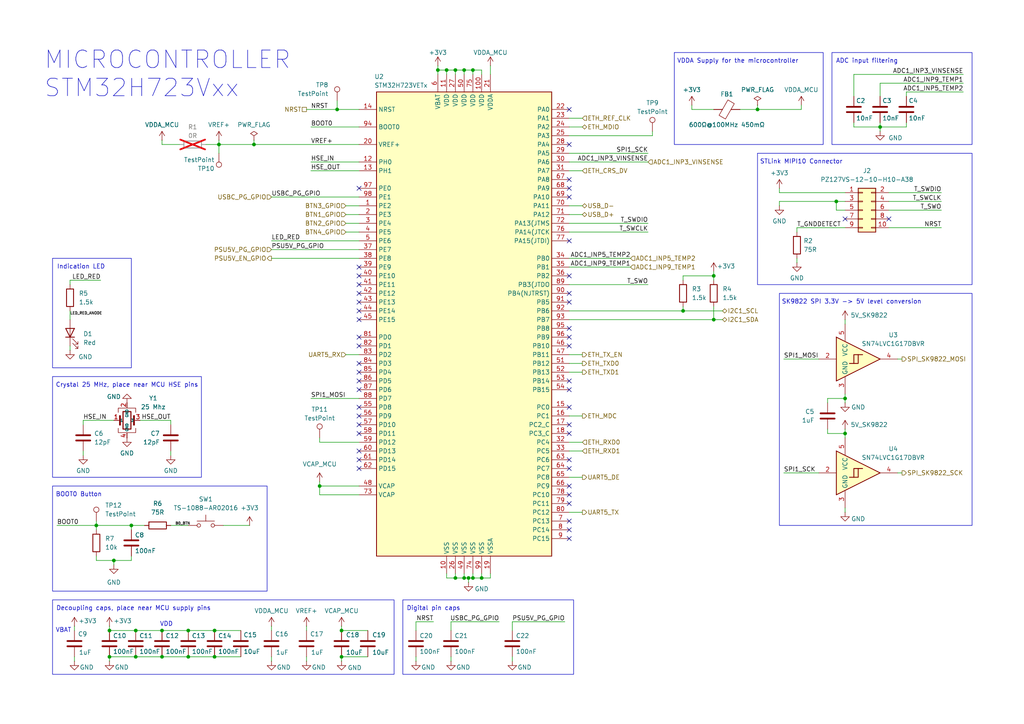
<source format=kicad_sch>
(kicad_sch (version 20250114) (generator "eeschema") (generator_version "9.0")
  (paper "A4")
  (rectangle (start 226.06 85.09) (end 281.94 152.4))
  (rectangle (start 15.24 109.22) (end 58.42 138.43))
  (rectangle (start 241.3 15.24) (end 281.94 41.91))
  (rectangle (start 219.71 44.45) (end 281.94 82.55))
  (rectangle (start 15.24 173.99) (end 114.3 195.58))
  (rectangle (start 15.24 74.93) (end 38.1 106.68))
  (rectangle (start 195.58 15.24) (end 238.76 41.91))
  (rectangle (start 15.24 140.97) (end 77.47 171.45))
  (rectangle (start 116.84 173.99) (end 166.37 195.58))
  (text "Decoupling caps, place near MCU supply pins" (at 38.735 176.53 0) (effects (font (size 1.27 1.27))))
  (text "VDD" (at 48.26 181.102 0) (effects (font (size 1.27 1.27))))
  (text "MICROCONTROLLER\nSTM32H723Vxx" (at 12.7 21.59 0) (effects (font (size 5.08 5.08)) (justify left)))
  (text "ADC input filtering" (at 251.46 17.78 0) (effects (font (size 1.27 1.27))))
  (text "SK9822 SPI 3.3V -> 5V level conversion" (at 247.015 87.63 0) (effects (font (size 1.27 1.27))))
  (text "VBAT" (at 18.415 182.88 0) (effects (font (size 1.27 1.27))))
  (text "STLink MIPI10 Connector" (at 232.41 46.99 0) (effects (font (size 1.27 1.27))))
  (text "BOOT0 Button" (at 22.86 143.51 0) (effects (font (size 1.27 1.27))))
  (text "Crystal 25 MHz, place near MCU HSE pins" (at 36.83 111.76 0) (effects (font (size 1.27 1.27))))
  (text "Digital pin caps" (at 125.73 176.53 0) (effects (font (size 1.27 1.27))))
  (text "Indication LED" (at 23.495 77.47 0) (effects (font (size 1.27 1.27))))
  (text "VDDA Supply for the microcontroller" (at 213.995 17.78 0) (effects (font (size 1.27 1.27))))
  (junction (at 245.11 115.57))
  (junction (at 31.75 182.88))
  (junction (at 99.06 182.88))
  (junction (at 134.62 20.32))
  (junction (at 99.06 190.5))
  (junction (at 198.12 90.17))
  (junction (at 255.27 36.83))
  (junction (at 31.75 190.5))
  (junction (at 33.02 162.56))
  (junction (at 132.08 167.64))
  (junction (at 62.23 190.5))
  (junction (at 46.99 190.5))
  (junction (at 207.01 80.01))
  (junction (at 92.71 140.97))
  (junction (at 129.54 20.32))
  (junction (at 54.61 182.88))
  (junction (at 62.23 182.88))
  (junction (at 132.08 20.32))
  (junction (at 137.16 20.32))
  (junction (at 219.71 31.75))
  (junction (at 97.79 31.75))
  (junction (at 54.61 190.5))
  (junction (at 134.62 167.64))
  (junction (at 137.16 167.64))
  (junction (at 245.11 125.73))
  (junction (at 39.37 190.5))
  (junction (at 46.99 182.88))
  (junction (at 63.5 41.91))
  (junction (at 139.7 167.64))
  (junction (at 38.1 152.4))
  (junction (at 135.89 167.64))
  (junction (at 127 20.32))
  (junction (at 242.57 58.42))
  (junction (at 39.37 182.88))
  (junction (at 27.94 152.4))
  (junction (at 73.66 41.91))
  (junction (at 207.01 92.71))
  (no_connect (at 165.1 95.25))
  (no_connect (at 165.1 110.49))
  (no_connect (at 104.14 87.63))
  (no_connect (at 165.1 87.63))
  (no_connect (at 104.14 135.89))
  (no_connect (at 165.1 123.19))
  (no_connect (at 104.14 97.79))
  (no_connect (at 104.14 123.19))
  (no_connect (at 104.14 118.11))
  (no_connect (at 104.14 82.55))
  (no_connect (at 165.1 97.79))
  (no_connect (at 165.1 100.33))
  (no_connect (at 245.11 63.5))
  (no_connect (at 165.1 52.07))
  (no_connect (at 104.14 120.65))
  (no_connect (at 165.1 146.05))
  (no_connect (at 165.1 151.13))
  (no_connect (at 165.1 135.89))
  (no_connect (at 165.1 143.51))
  (no_connect (at 104.14 100.33))
  (no_connect (at 165.1 133.35))
  (no_connect (at 257.81 63.5))
  (no_connect (at 165.1 41.91))
  (no_connect (at 104.14 107.95))
  (no_connect (at 104.14 133.35))
  (no_connect (at 165.1 69.85))
  (no_connect (at 165.1 80.01))
  (no_connect (at 104.14 54.61))
  (no_connect (at 104.14 77.47))
  (no_connect (at 165.1 57.15))
  (no_connect (at 165.1 85.09))
  (no_connect (at 165.1 153.67))
  (no_connect (at 104.14 113.03))
  (no_connect (at 165.1 140.97))
  (no_connect (at 165.1 125.73))
  (no_connect (at 165.1 31.75))
  (no_connect (at 104.14 110.49))
  (no_connect (at 104.14 125.73))
  (no_connect (at 104.14 90.17))
  (no_connect (at 165.1 113.03))
  (no_connect (at 104.14 92.71))
  (no_connect (at 165.1 118.11))
  (no_connect (at 165.1 54.61))
  (no_connect (at 104.14 105.41))
  (no_connect (at 104.14 130.81))
  (no_connect (at 165.1 156.21))
  (no_connect (at 104.14 85.09))
  (no_connect (at 104.14 80.01))
  (wire (pts (xy 31.75 182.88) (xy 39.37 182.88)))
  (wire (pts (xy 182.88 77.47) (xy 165.1 77.47)))
  (wire (pts (xy 97.79 31.75) (xy 104.14 31.75)))
  (wire (pts (xy 257.81 60.96) (xy 273.05 60.96)))
  (wire (pts (xy 92.71 128.27) (xy 92.71 127)))
  (wire (pts (xy 33.02 162.56) (xy 38.1 162.56)))
  (wire (pts (xy 142.24 19.05) (xy 142.24 21.59)))
  (wire (pts (xy 137.16 20.32) (xy 139.7 20.32)))
  (wire (pts (xy 142.24 167.64) (xy 142.24 166.37)))
  (wire (pts (xy 214.63 31.75) (xy 219.71 31.75)))
  (wire (pts (xy 21.59 190.5) (xy 21.59 191.77)))
  (wire (pts (xy 39.37 190.5) (xy 46.99 190.5)))
  (wire (pts (xy 33.02 162.56) (xy 27.94 162.56)))
  (wire (pts (xy 255.27 36.83) (xy 255.27 38.1)))
  (wire (pts (xy 227.33 137.16) (xy 237.49 137.16)))
  (wire (pts (xy 90.17 46.99) (xy 104.14 46.99)))
  (wire (pts (xy 207.01 92.71) (xy 209.55 92.71)))
  (wire (pts (xy 279.4 24.13) (xy 255.27 24.13)))
  (wire (pts (xy 129.54 20.32) (xy 129.54 21.59)))
  (wire (pts (xy 219.71 31.75) (xy 232.41 31.75)))
  (wire (pts (xy 24.13 121.92) (xy 24.13 123.19)))
  (wire (pts (xy 46.99 182.88) (xy 54.61 182.88)))
  (wire (pts (xy 200.66 30.48) (xy 200.66 31.75)))
  (wire (pts (xy 240.03 125.73) (xy 245.11 125.73)))
  (wire (pts (xy 165.1 105.41) (xy 168.91 105.41)))
  (wire (pts (xy 63.5 41.91) (xy 63.5 44.45)))
  (wire (pts (xy 245.11 125.73) (xy 245.11 127)))
  (wire (pts (xy 231.14 66.04) (xy 231.14 67.31)))
  (wire (pts (xy 90.17 36.83) (xy 104.14 36.83)))
  (wire (pts (xy 78.74 74.93) (xy 104.14 74.93)))
  (wire (pts (xy 54.61 190.5) (xy 62.23 190.5)))
  (wire (pts (xy 46.99 41.91) (xy 52.07 41.91)))
  (wire (pts (xy 130.81 182.88) (xy 130.81 180.34)))
  (wire (pts (xy 24.13 121.92) (xy 33.02 121.92)))
  (wire (pts (xy 64.77 152.4) (xy 72.39 152.4)))
  (wire (pts (xy 257.81 58.42) (xy 273.05 58.42)))
  (wire (pts (xy 63.5 41.91) (xy 73.66 41.91)))
  (wire (pts (xy 198.12 80.01) (xy 198.12 81.28)))
  (wire (pts (xy 104.14 62.23) (xy 100.33 62.23)))
  (wire (pts (xy 226.06 55.88) (xy 226.06 54.61)))
  (wire (pts (xy 92.71 143.51) (xy 104.14 143.51)))
  (wire (pts (xy 132.08 166.37) (xy 132.08 167.64)))
  (wire (pts (xy 165.1 107.95) (xy 168.91 107.95)))
  (wire (pts (xy 16.51 152.4) (xy 27.94 152.4)))
  (wire (pts (xy 260.35 137.16) (xy 261.62 137.16)))
  (wire (pts (xy 92.71 140.97) (xy 104.14 140.97)))
  (wire (pts (xy 88.9 181.61) (xy 88.9 182.88)))
  (wire (pts (xy 231.14 76.2) (xy 231.14 74.93)))
  (wire (pts (xy 92.71 139.7) (xy 92.71 140.97)))
  (wire (pts (xy 255.27 35.56) (xy 255.27 36.83)))
  (wire (pts (xy 219.71 30.48) (xy 219.71 31.75)))
  (wire (pts (xy 33.02 162.56) (xy 33.02 163.83)))
  (wire (pts (xy 127 19.05) (xy 127 20.32)))
  (wire (pts (xy 165.1 62.23) (xy 168.91 62.23)))
  (wire (pts (xy 120.65 190.5) (xy 120.65 191.77)))
  (wire (pts (xy 46.99 40.64) (xy 46.99 41.91)))
  (wire (pts (xy 148.59 190.5) (xy 148.59 191.77)))
  (wire (pts (xy 165.1 36.83) (xy 168.91 36.83)))
  (wire (pts (xy 247.65 21.59) (xy 279.4 21.59)))
  (wire (pts (xy 187.96 44.45) (xy 165.1 44.45)))
  (wire (pts (xy 129.54 167.64) (xy 132.08 167.64)))
  (wire (pts (xy 134.62 166.37) (xy 134.62 167.64)))
  (wire (pts (xy 130.81 190.5) (xy 130.81 191.77)))
  (wire (pts (xy 134.62 167.64) (xy 135.89 167.64)))
  (wire (pts (xy 198.12 80.01) (xy 207.01 80.01)))
  (wire (pts (xy 257.81 55.88) (xy 273.05 55.88)))
  (wire (pts (xy 39.37 182.88) (xy 46.99 182.88)))
  (wire (pts (xy 73.66 41.91) (xy 104.14 41.91)))
  (wire (pts (xy 99.06 190.5) (xy 99.06 191.77)))
  (wire (pts (xy 137.16 20.32) (xy 137.16 21.59)))
  (wire (pts (xy 90.17 49.53) (xy 104.14 49.53)))
  (wire (pts (xy 165.1 64.77) (xy 187.96 64.77)))
  (wire (pts (xy 31.75 190.5) (xy 31.75 191.77)))
  (wire (pts (xy 165.1 102.87) (xy 168.91 102.87)))
  (wire (pts (xy 78.74 181.61) (xy 78.74 182.88)))
  (wire (pts (xy 242.57 58.42) (xy 245.11 58.42)))
  (wire (pts (xy 247.65 27.94) (xy 247.65 21.59)))
  (wire (pts (xy 59.69 41.91) (xy 63.5 41.91)))
  (wire (pts (xy 38.1 161.29) (xy 38.1 162.56)))
  (wire (pts (xy 247.65 36.83) (xy 255.27 36.83)))
  (wire (pts (xy 129.54 166.37) (xy 129.54 167.64)))
  (wire (pts (xy 99.06 182.88) (xy 106.68 182.88)))
  (wire (pts (xy 226.06 58.42) (xy 242.57 58.42)))
  (wire (pts (xy 78.74 57.15) (xy 104.14 57.15)))
  (wire (pts (xy 137.16 166.37) (xy 137.16 167.64)))
  (wire (pts (xy 99.06 181.61) (xy 99.06 182.88)))
  (wire (pts (xy 262.89 35.56) (xy 262.89 36.83)))
  (wire (pts (xy 127 20.32) (xy 127 21.59)))
  (wire (pts (xy 63.5 40.64) (xy 63.5 41.91)))
  (wire (pts (xy 207.01 78.74) (xy 207.01 80.01)))
  (wire (pts (xy 40.64 121.92) (xy 49.53 121.92)))
  (wire (pts (xy 62.23 190.5) (xy 69.85 190.5)))
  (wire (pts (xy 132.08 167.64) (xy 134.62 167.64)))
  (wire (pts (xy 104.14 67.31) (xy 100.33 67.31)))
  (wire (pts (xy 207.01 88.9) (xy 207.01 92.71)))
  (wire (pts (xy 134.62 20.32) (xy 137.16 20.32)))
  (wire (pts (xy 165.1 82.55) (xy 187.96 82.55)))
  (wire (pts (xy 104.14 59.69) (xy 100.33 59.69)))
  (wire (pts (xy 245.11 124.46) (xy 245.11 125.73)))
  (wire (pts (xy 137.16 167.64) (xy 139.7 167.64)))
  (wire (pts (xy 198.12 88.9) (xy 198.12 90.17)))
  (wire (pts (xy 104.14 102.87) (xy 100.33 102.87)))
  (wire (pts (xy 139.7 20.32) (xy 139.7 21.59)))
  (wire (pts (xy 129.54 20.32) (xy 132.08 20.32)))
  (wire (pts (xy 240.03 124.46) (xy 240.03 125.73)))
  (wire (pts (xy 62.23 182.88) (xy 69.85 182.88)))
  (wire (pts (xy 226.06 58.42) (xy 226.06 59.69)))
  (wire (pts (xy 132.08 20.32) (xy 134.62 20.32)))
  (wire (pts (xy 41.91 152.4) (xy 38.1 152.4)))
  (wire (pts (xy 262.89 27.94) (xy 262.89 26.67)))
  (wire (pts (xy 165.1 67.31) (xy 187.96 67.31)))
  (wire (pts (xy 139.7 166.37) (xy 139.7 167.64)))
  (wire (pts (xy 198.12 90.17) (xy 209.55 90.17)))
  (wire (pts (xy 27.94 151.13) (xy 27.94 152.4)))
  (wire (pts (xy 240.03 116.84) (xy 240.03 115.57)))
  (wire (pts (xy 207.01 81.28) (xy 207.01 80.01)))
  (wire (pts (xy 20.32 81.28) (xy 20.32 82.55)))
  (wire (pts (xy 227.33 104.14) (xy 237.49 104.14)))
  (wire (pts (xy 242.57 60.96) (xy 242.57 58.42)))
  (wire (pts (xy 135.89 167.64) (xy 137.16 167.64)))
  (wire (pts (xy 120.65 180.34) (xy 125.73 180.34)))
  (wire (pts (xy 88.9 190.5) (xy 88.9 191.77)))
  (wire (pts (xy 255.27 36.83) (xy 262.89 36.83)))
  (wire (pts (xy 240.03 115.57) (xy 245.11 115.57)))
  (wire (pts (xy 46.99 190.5) (xy 54.61 190.5)))
  (wire (pts (xy 165.1 59.69) (xy 168.91 59.69)))
  (wire (pts (xy 104.14 64.77) (xy 100.33 64.77)))
  (wire (pts (xy 20.32 81.28) (xy 29.21 81.28)))
  (wire (pts (xy 99.06 190.5) (xy 106.68 190.5)))
  (wire (pts (xy 38.1 152.4) (xy 38.1 153.67)))
  (wire (pts (xy 104.14 72.39) (xy 78.74 72.39)))
  (wire (pts (xy 165.1 46.99) (xy 187.96 46.99)))
  (wire (pts (xy 90.17 115.57) (xy 104.14 115.57)))
  (wire (pts (xy 148.59 180.34) (xy 163.83 180.34)))
  (wire (pts (xy 148.59 182.88) (xy 148.59 180.34)))
  (wire (pts (xy 245.11 66.04) (xy 231.14 66.04)))
  (wire (pts (xy 165.1 130.81) (xy 168.91 130.81)))
  (wire (pts (xy 165.1 34.29) (xy 168.91 34.29)))
  (wire (pts (xy 260.35 104.14) (xy 261.62 104.14)))
  (wire (pts (xy 27.94 152.4) (xy 38.1 152.4)))
  (wire (pts (xy 104.14 128.27) (xy 92.71 128.27)))
  (wire (pts (xy 120.65 182.88) (xy 120.65 180.34)))
  (wire (pts (xy 165.1 148.59) (xy 168.91 148.59)))
  (wire (pts (xy 88.9 31.75) (xy 97.79 31.75)))
  (wire (pts (xy 27.94 153.67) (xy 27.94 152.4)))
  (wire (pts (xy 130.81 180.34) (xy 144.78 180.34)))
  (wire (pts (xy 73.66 40.64) (xy 73.66 41.91)))
  (wire (pts (xy 92.71 143.51) (xy 92.71 140.97)))
  (wire (pts (xy 165.1 39.37) (xy 189.23 39.37)))
  (wire (pts (xy 134.62 20.32) (xy 134.62 21.59)))
  (wire (pts (xy 245.11 60.96) (xy 242.57 60.96)))
  (wire (pts (xy 245.11 147.32) (xy 245.11 148.59)))
  (wire (pts (xy 78.74 190.5) (xy 78.74 191.77)))
  (wire (pts (xy 49.53 121.92) (xy 49.53 123.19)))
  (wire (pts (xy 189.23 38.1) (xy 189.23 39.37)))
  (wire (pts (xy 232.41 31.75) (xy 232.41 30.48)))
  (wire (pts (xy 20.32 90.17) (xy 20.32 92.71)))
  (wire (pts (xy 165.1 49.53) (xy 168.91 49.53)))
  (wire (pts (xy 279.4 26.67) (xy 262.89 26.67)))
  (wire (pts (xy 27.94 161.29) (xy 27.94 162.56)))
  (wire (pts (xy 20.32 100.33) (xy 20.32 101.6)))
  (wire (pts (xy 182.88 74.93) (xy 165.1 74.93)))
  (wire (pts (xy 245.11 114.3) (xy 245.11 115.57)))
  (wire (pts (xy 135.89 167.64) (xy 135.89 168.91)))
  (wire (pts (xy 245.11 92.71) (xy 245.11 93.98)))
  (wire (pts (xy 97.79 29.21) (xy 97.79 31.75)))
  (wire (pts (xy 165.1 90.17) (xy 198.12 90.17)))
  (wire (pts (xy 24.13 130.81) (xy 24.13 132.08)))
  (wire (pts (xy 54.61 182.88) (xy 62.23 182.88)))
  (wire (pts (xy 165.1 138.43) (xy 168.91 138.43)))
  (wire (pts (xy 31.75 190.5) (xy 39.37 190.5)))
  (wire (pts (xy 31.75 181.61) (xy 31.75 182.88)))
  (wire (pts (xy 200.66 31.75) (xy 207.01 31.75)))
  (wire (pts (xy 165.1 120.65) (xy 168.91 120.65)))
  (wire (pts (xy 165.1 128.27) (xy 168.91 128.27)))
  (wire (pts (xy 257.81 66.04) (xy 273.05 66.04)))
  (wire (pts (xy 226.06 55.88) (xy 245.11 55.88)))
  (wire (pts (xy 49.53 130.81) (xy 49.53 132.08)))
  (wire (pts (xy 247.65 35.56) (xy 247.65 36.83)))
  (wire (pts (xy 49.53 152.4) (xy 54.61 152.4)))
  (wire (pts (xy 139.7 167.64) (xy 142.24 167.64)))
  (wire (pts (xy 132.08 20.32) (xy 132.08 21.59)))
  (wire (pts (xy 129.54 20.32) (xy 127 20.32)))
  (wire (pts (xy 245.11 115.57) (xy 245.11 116.84)))
  (wire (pts (xy 165.1 92.71) (xy 207.01 92.71)))
  (wire (pts (xy 255.27 27.94) (xy 255.27 24.13)))
  (wire (pts (xy 21.59 181.61) (xy 21.59 182.88)))
  (wire (pts (xy 78.74 69.85) (xy 104.14 69.85)))
  (label "ADC1_INP5_TEMP2" (at 182.88 74.93 180))
  (label "NRST" (at 273.05 66.04 180))
  (label "HSE_OUT" (at 90.17 49.53 0) (effects (font (thickness 0.1588))))
  (label "PSU5V_PG_GPIO" (at 163.83 180.34 180))
  (label "USBC_PG_GPIO" (at 144.78 180.34 180))
  (label "LED_RED_ANODE" (at 20.32 91.44 0) (effects (font (size 0.762 0.762))))
  (label "T_SWO" (at 273.05 60.96 180))
  (label "NRST" (at 125.73 180.34 180))
  (label "ADC1_INP5_TEMP2" (at 279.4 26.67 180))
  (label "NRST" (at 90.17 31.75 0))
  (label "PSU5V_PG_GPIO" (at 78.74 72.39 0))
  (label "B0_BTN" (at 50.8 152.4 0) (effects (font (size 0.762 0.762))))
  (label "USBC_PG_GPIO" (at 78.74 57.15 0))
  (label "T_SWDIO" (at 187.96 64.77 180))
  (label "HSE_IN" (at 24.13 121.92 0) (effects (font (thickness 0.1588))))
  (label "ADC1_INP3_VINSENSE" (at 187.96 46.99 180))
  (label "BOOT0" (at 90.17 36.83 0))
  (label "SPI1_SCK" (at 187.96 44.45 180))
  (label "ADC1_INP9_TEMP1" (at 182.88 77.47 180))
  (label "BOOT0" (at 16.51 152.4 0))
  (label "SPI1_SCK" (at 227.33 137.16 0))
  (label "T_SWO" (at 187.96 82.55 180))
  (label "LED_RED" (at 29.21 81.28 180))
  (label "LED_RED" (at 78.74 69.85 0))
  (label "ADC1_INP3_VINSENSE" (at 279.4 21.59 180))
  (label "SPI1_MOSI" (at 227.33 104.14 0))
  (label "HSE_IN" (at 90.17 46.99 0) (effects (font (thickness 0.1588))))
  (label "SPI1_MOSI" (at 90.17 115.57 0))
  (label "T_GNDDETECT" (at 231.14 66.04 0))
  (label "ADC1_INP9_TEMP1" (at 279.4 24.13 180))
  (label "VREF+" (at 90.17 41.91 0))
  (label "T_SWDIO" (at 273.05 55.88 180))
  (label "T_SWCLK" (at 273.05 58.42 180))
  (label "HSE_OUT" (at 49.53 121.92 180) (effects (font (thickness 0.1588))))
  (label "T_SWCLK" (at 187.96 67.31 180))
  (hierarchical_label "ETH_MDC" (shape output) (at 168.91 120.65 0))
  (hierarchical_label "ETH_TXD0" (shape output) (at 168.91 105.41 0))
  (hierarchical_label "BTN3_GPIO" (shape input) (at 100.33 59.69 180))
  (hierarchical_label "UART5_DE" (shape output) (at 168.91 138.43 0))
  (hierarchical_label "USB_D-" (shape bidirectional) (at 168.91 59.69 0))
  (hierarchical_label "ADC1_INP3_VINSENSE" (shape input) (at 187.96 46.99 0))
  (hierarchical_label "ADC1_INP5_TEMP2" (shape input) (at 182.88 74.93 0))
  (hierarchical_label "I2C1_SCL" (shape bidirectional) (at 209.55 90.17 0))
  (hierarchical_label "BTN2_GPIO" (shape input) (at 100.33 64.77 180))
  (hierarchical_label "ADC1_INP9_TEMP1" (shape input) (at 182.88 77.47 0))
  (hierarchical_label "USB_D+" (shape bidirectional) (at 168.91 62.23 0))
  (hierarchical_label "BTN1_GPIO" (shape input) (at 100.33 62.23 180))
  (hierarchical_label "ETH_TXD1" (shape output) (at 168.91 107.95 0))
  (hierarchical_label "ETH_CRS_DV" (shape input) (at 168.91 49.53 0))
  (hierarchical_label "UART5_RX" (shape input) (at 100.33 102.87 180))
  (hierarchical_label "BTN4_GPIO" (shape input) (at 100.33 67.31 180))
  (hierarchical_label "PSU5V_EN_GPIO" (shape output) (at 78.74 74.93 180))
  (hierarchical_label "USBC_PG_GPIO" (shape input) (at 78.74 57.15 180))
  (hierarchical_label "ETH_RXD1" (shape input) (at 168.91 130.81 0))
  (hierarchical_label "ETH_MDIO" (shape bidirectional) (at 168.91 36.83 0))
  (hierarchical_label "SPI_SK9822_MOSI" (shape output) (at 261.62 104.14 0))
  (hierarchical_label "I2C1_SDA" (shape bidirectional) (at 209.55 92.71 0))
  (hierarchical_label "ETH_REF_CLK" (shape input) (at 168.91 34.29 0))
  (hierarchical_label "ETH_TX_EN" (shape output) (at 168.91 102.87 0))
  (hierarchical_label "ETH_RXD0" (shape input) (at 168.91 128.27 0))
  (hierarchical_label "SPI_SK9822_SCK" (shape output) (at 261.62 137.16 0))
  (hierarchical_label "UART5_TX" (shape output) (at 168.91 148.59 0))
  (hierarchical_label "NRST" (shape passive) (at 88.9 31.75 180))
  (hierarchical_label "PSU5V_PG_GPIO" (shape input) (at 78.74 72.39 180))
  (symbol (lib_id "power:+3V3") (at 226.06 54.61 0) (unit 1)
    (property "Reference" "#PWR011" (effects (hide yes)))
    (property "Value" "+3V3" (at 226.06 50.165 0))
    (property "Description" "Power symbol creates a global label with name \"+3V3\"" (effects (hide yes)))
  )
  (symbol (lib_id "power:+3V3") (at 31.75 181.61 0) (unit 1)
    (property "Reference" "#PWR029" (effects (hide yes)))
    (property "Value" "+3V3" (at 35.56 180.086 0))
    (property "Description" "Power symbol creates a global label with name \"+3V3\"" (effects (hide yes)))
  )
  (symbol (lib_id "power:+3V3") (at 207.01 78.74 0) (unit 1)
    (property "Reference" "#PWR014" (effects (hide yes)))
    (property "Value" "+3V3" (at 210.566 77.216 0))
    (property "Description" "Power symbol creates a global label with name \"+3V3\"" (effects (hide yes)))
  )
  (symbol (lib_id "AV_Power:VREF+") (at 63.5 40.64 0) (unit 1)
    (property "Reference" "#PWR010" (effects (hide yes)))
    (property "Value" "VREF+" (at 63.5 36.195 0))
    (property "Description" "Power symbol creates a global label with name \"+3V3\"" (effects (hide yes)))
  )
  (symbol (lib_id "power:GND") (at 148.59 191.77 0) (unit 1)
    (property "Reference" "#PWR040" (effects (hide yes)))
    (property "Value" "GND" (at 152.146 193.548 0))
    (property "Description" "Power symbol creates a global label with name \"GND\" , ground" (effects (hide yes)))
  )
  (symbol (lib_id "AV_Resistors:0603WAF750JT5E") (at 45.72 152.4 90) (unit 1)
    (property "Reference" "R6" (at 45.72 146.05 90))
    (property "Value" "75R" (at 45.72 148.59 90))
    (property "Footprint" "Resistor_SMD:R_0603_1608Metric" (effects (hide yes)))
    (property "Description" "RES 75Ω ±1% 100mW 0603" (effects (hide yes)))
    (property "LCSC" "C4275" (effects (hide yes)))
  )
  (symbol (lib_id "AV_Power:VCAP_MCU") (at 99.06 181.61 0) (unit 1)
    (property "Reference" "#PWR032" (effects (hide yes)))
    (property "Value" "VCAP_MCU" (at 99.06 177.165 0))
  )
  (symbol (lib_id "AV_Capacitors:CL05B104KO5NNNC") (at 54.61 186.69 0) (unit 1)
    (property "Reference" "C13" (at 55.626 184.404 0) (effects (justify left)))
    (property "Value" "100nF" (at 55.626 188.976 0) (effects (justify left)))
    (property "Footprint" "Capacitor_SMD:C_0402_1005Metric" (effects (hide yes)))
    (property "Description" "CAP CER 100nF 16V X7R 0402" (effects (hide yes)))
    (property "LCSC" "C1525" (effects (hide yes)))
  )
  (symbol (lib_id "power:PWR_FLAG") (at 219.71 30.48 0) (unit 1)
    (property "Reference" "#FLG01" (effects (hide yes)))
    (property "Value" "PWR_FLAG" (at 219.71 26.035 0))
    (property "Description" "Special symbol for telling ERC where power comes from" (effects (hide yes)))
  )
  (symbol (lib_id "AV_ICs:SN74LVC1G17DBVR") (at 250.19 137.16 0) (unit 1)
    (property "Reference" "U4" (at 259.08 130.175 0))
    (property "Value" "SN74LVC1G17DBVR" (at 259.08 132.715 0))
    (property "Footprint" "Package_TO_SOT_SMD:SOT-23-5" (effects (hide yes)))
    (property "Datasheet" "https://www.ti.com/lit/ds/symlink/sn74lvc1g17.pdf" (effects (hide yes)))
    (property "Description" "Single Schmitt Buffer Gate, Low-Voltage CMOS" (effects (hide yes)))
    (property "LCSC" "C7836" (effects (hide yes)))
  )
  (symbol (lib_id "AV_Capacitors:CL05B103KB5NNNC") (at 262.89 31.75 0) (unit 1)
    (property "Reference" "C4" (at 263.525 29.21 0) (effects (justify left)))
    (property "Value" "10nF" (at 263.525 34.29 0) (effects (justify left)))
    (property "Footprint" "Capacitor_SMD:C_0402_1005Metric" (effects (hide yes)))
    (property "Description" "CAP CER 10nF 50V X7R 0402" (effects (hide yes)))
    (property "LCSC" "C15195" (effects (hide yes)))
  )
  (symbol (lib_id "AV_Capacitors:CL05A105KA5NQNC") (at 240.03 120.65 0) (mirror y) (unit 1)
    (property "Reference" "C5" (at 236.22 119.3799 0) (effects (justify left)))
    (property "Value" "1uF" (at 236.22 121.9199 0) (effects (justify left)))
    (property "Footprint" "Capacitor_SMD:C_0402_1005Metric" (effects (hide yes)))
    (property "Description" "CAP CER 1uF 25V X5R 0402" (effects (hide yes)))
    (property "LCSC" "C52923" (effects (hide yes)))
  )
  (symbol (lib_id "AV_MCUs:STM32H723VETx") (at 134.62 95.25 0) (unit 1)
    (property "Reference" "U2" (at 108.585 22.225 0) (effects (justify left)))
    (property "Value" "STM32H723VETx" (at 108.585 24.765 0) (effects (justify left)))
    (property "Footprint" "Package_QFP:LQFP-100_14x14mm_P0.5mm" (effects (hide yes)))
    (property "Datasheet" "https://www.st.com/resource/en/datasheet/stm32h723ve.pdf" (effects (hide yes)))
    (property "Description" "STMicroelectronics Arm Cortex-M7 MCU, 512KB flash, 564KB RAM, 550 MHz, 1.71-3.6V, 82 GPIO, LQFP100" (effects (hide yes)))
    (property "LCSC" "C730141" (effects (hide yes)))
  )
  (symbol (lib_id "power:GND") (at 88.9 191.77 0) (unit 1)
    (property "Reference" "#PWR036" (effects (hide yes)))
    (property "Value" "GND" (at 92.456 193.548 0))
    (property "Description" "Power symbol creates a global label with name \"GND\" , ground" (effects (hide yes)))
  )
  (symbol (lib_id "power:GND") (at 49.53 132.08 0) (unit 1)
    (property "Reference" "#PWR022" (effects (hide yes)))
    (property "Value" "GND" (at 49.53 136.525 0))
    (property "Description" "Power symbol creates a global label with name \"GND\" , ground" (effects (hide yes)))
  )
  (symbol (lib_id "AV_Resistors:0402WGF1501TCE") (at 20.32 86.36 0) (unit 1)
    (property "Reference" "R5" (at 22.86 85.0899 0) (effects (justify left)))
    (property "Value" "1.5k" (at 22.86 87.6299 0) (effects (justify left)))
    (property "Footprint" "Resistor_SMD:R_0402_1005Metric" (effects (hide yes)))
    (property "Description" "RES 1.5kΩ ±1% 62.5mW 0402" (effects (hide yes)))
    (property "LCSC" "C25867" (effects (hide yes)))
  )
  (symbol (lib_id "AV_Capacitors:CL05A105KA5NQNC") (at 21.59 186.69 0) (unit 1)
    (property "Reference" "C9" (at 22.606 183.896 0) (effects (justify left)))
    (property "Value" "1uF" (at 22.86 189.23 0) (effects (justify left)))
    (property "Footprint" "Capacitor_SMD:C_0402_1005Metric" (effects (hide yes)))
    (property "Description" "CAP CER 1uF 25V X5R 0402" (effects (hide yes)))
    (property "LCSC" "C52923" (effects (hide yes)))
  )
  (symbol (lib_id "AV_Connectors:PZ127VS-12-10-H10-A38") (at 250.19 60.96 0) (unit 1)
    (property "Reference" "J2" (at 251.46 49.53 0))
    (property "Value" "PZ127VS-12-10-H10-A38" (at 251.46 52.07 0))
    (property "Footprint" "AV_CONNECTORS:PZ127VS-12-10-H10-A38" (effects (hide yes)))
    (property "Datasheet" "https://jlcpcb.com/api/file/downloadByFileSystemAccessId/8588954674598305792" (effects (hide yes)))
    (property "Description" "1.27 mm pitch connector, double row, 02x05, odd/even pin numbering, stlink debugging mipi 10" (effects (hide yes)))
    (property "LCSC" "C2935458" (effects (hide yes)))
  )
  (symbol (lib_id "AV_Resistors:0603WAF0000T5E") (at 55.88 41.91 90) (unit 1) (dnp yes)
    (property "Reference" "R1" (at 55.88 36.83 90))
    (property "Value" "0R" (at 55.88 39.37 90))
    (property "Footprint" "Resistor_SMD:R_0603_1608Metric_Pad0.98x0.95mm_HandSolder" (effects (hide yes)))
    (property "Description" "RES 0Ω ±1% 100mW 0603" (effects (hide yes)))
    (property "LCSC" "C21189" (effects (hide yes)))
  )
  (symbol (lib_id "AV_ICs:SN74LVC1G17DBVR") (at 250.19 104.14 0) (unit 1)
    (property "Reference" "U3" (at 259.08 97.155 0))
    (property "Value" "SN74LVC1G17DBVR" (at 259.08 99.695 0))
    (property "Footprint" "Package_TO_SOT_SMD:SOT-23-5" (effects (hide yes)))
    (property "Datasheet" "https://www.ti.com/lit/ds/symlink/sn74lvc1g17.pdf" (effects (hide yes)))
    (property "Description" "Single Schmitt Buffer Gate, Low-Voltage CMOS" (effects (hide yes)))
    (property "LCSC" "C7836" (effects (hide yes)))
  )
  (symbol (lib_id "power:+3V3") (at 127 19.05 0) (unit 1)
    (property "Reference" "#PWR04" (effects (hide yes)))
    (property "Value" "+3V3" (at 127 15.24 0))
    (property "Description" "Power symbol creates a global label with name \"+3V3\"" (effects (hide yes)))
  )
  (symbol (lib_id "AV_Resistors:0402WGF1002TCE") (at 27.94 157.48 0) (unit 1)
    (property "Reference" "R7" (at 30.48 156.2099 0) (effects (justify left)))
    (property "Value" "10k" (at 30.48 158.7499 0) (effects (justify left)))
    (property "Footprint" "Resistor_SMD:R_0402_1005Metric" (effects (hide yes)))
    (property "Description" "RES 10kΩ ±1% 62.5mW 0402" (effects (hide yes)))
    (property "LCSC" "C25744" (effects (hide yes)))
  )
  (symbol (lib_id "AV_Capacitors:0402CG120J500NT") (at 49.53 127 0) (mirror y) (unit 1)
    (property "Reference" "C7" (at 46.355 125.73 0) (effects (justify left)))
    (property "Value" "12pF" (at 46.355 128.27 0) (effects (justify left)))
    (property "Footprint" "Capacitor_SMD:C_0402_1005Metric" (effects (hide yes)))
    (property "Description" "CAP CER 12pF 50V C0G 0402" (effects (hide yes)))
    (property "LCSC" "C1547" (effects (hide yes)))
  )
  (symbol (lib_id "AV_Capacitors:CL10A106KP8NNNC") (at 106.68 186.69 0) (unit 1)
    (property "Reference" "C19" (at 107.95 184.15 0) (effects (justify left)))
    (property "Value" "10uF" (at 107.95 189.23 0) (effects (justify left)))
    (property "Footprint" "Capacitor_SMD:C_0603_1608Metric" (effects (hide yes)))
    (property "Datasheet" "https://www.lcsc.com/datasheet/C19702.pdf" (effects (hide yes)))
    (property "Description" "CAP CER 10uF 10V 10% X5R 0603" (effects (hide yes)))
    (property "LCSC" "C19702" (effects (hide yes)))
  )
  (symbol (lib_id "AV_Capacitors:CL05B104KO5NNNC") (at 62.23 186.69 0) (unit 1)
    (property "Reference" "C14" (at 63.246 184.404 0) (effects (justify left)))
    (property "Value" "100nF" (at 63.246 188.976 0) (effects (justify left)))
    (property "Footprint" "Capacitor_SMD:C_0402_1005Metric" (effects (hide yes)))
    (property "Description" "CAP CER 100nF 16V X7R 0402" (effects (hide yes)))
    (property "LCSC" "C1525" (effects (hide yes)))
  )
  (symbol (lib_id "AV_OscillatorsCrystals:X322525MOB4SI") (at 38.1 121.92 0) (unit 1)
    (property "Reference" "Y1" (at 44.45 115.4998 0))
    (property "Value" "25 Mhz" (at 44.45 118.0398 0))
    (property "Footprint" "Crystal:Crystal_SMD_3225-4Pin_3.2x2.5mm" (effects (hide yes)))
    (property "Datasheet" "https://www.lcsc.com/datasheet/C9006.pdf" (effects (hide yes)))
    (property "Description" "25MHz Crystal 12pF" (effects (hide yes)))
    (property "LCSC" "C9006" (effects (hide yes)))
  )
  (symbol (lib_id "AV_Capacitors:0402CG120J500NT") (at 24.13 127 0) (unit 1)
    (property "Reference" "C6" (at 27.305 125.73 0) (effects (justify left)))
    (property "Value" "12pF" (at 27.305 128.27 0) (effects (justify left)))
    (property "Footprint" "Capacitor_SMD:C_0402_1005Metric" (effects (hide yes)))
    (property "Description" "CAP CER 12pF 50V C0G 0402" (effects (hide yes)))
    (property "LCSC" "C1547" (effects (hide yes)))
  )
  (symbol (lib_id "power:GND") (at 78.74 191.77 0) (unit 1)
    (property "Reference" "#PWR035" (effects (hide yes)))
    (property "Value" "GND" (at 82.296 193.548 0))
    (property "Description" "Power symbol creates a global label with name \"GND\" , ground" (effects (hide yes)))
  )
  (symbol (lib_id "AV_Switches:TS-1088-AR02016") (at 59.69 152.4 0) (unit 1)
    (property "Reference" "SW1" (at 59.69 144.78 0))
    (property "Value" "TS-1088-AR02016" (at 59.69 147.32 0))
    (property "Footprint" "Button_Switch_SMD:SW_Push_SPST_NO_Alps_SKRK" (effects (hide yes)))
    (property "Datasheet" "https://jlcpcb.com/api/file/downloadByFileSystemAccessId/8588886944068096000" (effects (hide yes)))
    (property "Description" "Push button switch, SMD, tactile, 2P" (effects (hide yes)))
    (property "LCSC" "C720477" (effects (hide yes)))
  )
  (symbol (lib_id "AV_NoPart:TestPoint") (at 189.23 38.1 0) (mirror y) (unit 1)
    (property "Reference" "TP9" (at 189.23 29.845 0))
    (property "Value" "TestPoint" (at 189.23 32.385 0))
    (property "Footprint" "TestPoint:TestPoint_Pad_D1.0mm" (effects (hide yes)))
    (property "Description" "test point" (effects (hide yes)))
  )
  (symbol (lib_id "AV_Capacitors:CL05A105KA5NQNC") (at 88.9 186.69 0) (unit 1)
    (property "Reference" "C17" (at 89.916 183.896 0) (effects (justify left)))
    (property "Value" "1uF" (at 90.17 189.23 0) (effects (justify left)))
    (property "Footprint" "Capacitor_SMD:C_0402_1005Metric" (effects (hide yes)))
    (property "Description" "CAP CER 1uF 25V X5R 0402" (effects (hide yes)))
    (property "LCSC" "C52923" (effects (hide yes)))
  )
  (symbol (lib_id "power:GND") (at 135.89 168.91 0) (unit 1)
    (property "Reference" "#PWR027" (effects (hide yes)))
    (property "Value" "GND" (at 139.7 170.815 0))
    (property "Description" "Power symbol creates a global label with name \"GND\" , ground" (effects (hide yes)))
  )
  (symbol (lib_id "AV_Capacitors:CL05B104KO5NNNC") (at 148.59 186.69 0) (unit 1)
    (property "Reference" "C22" (at 149.606 184.404 0) (effects (justify left)))
    (property "Value" "100nF" (at 149.606 188.976 0) (effects (justify left)))
    (property "Footprint" "Capacitor_SMD:C_0402_1005Metric" (effects (hide yes)))
    (property "Description" "CAP CER 100nF 16V X7R 0402" (effects (hide yes)))
    (property "LCSC" "C1525" (effects (hide yes)))
  )
  (symbol (lib_id "AV_Capacitors:CL05B104KO5NNNC") (at 46.99 186.69 0) (unit 1)
    (property "Reference" "C12" (at 48.006 184.404 0) (effects (justify left)))
    (property "Value" "100nF" (at 48.006 188.976 0) (effects (justify left)))
    (property "Footprint" "Capacitor_SMD:C_0402_1005Metric" (effects (hide yes)))
    (property "Description" "CAP CER 100nF 16V X7R 0402" (effects (hide yes)))
    (property "LCSC" "C1525" (effects (hide yes)))
  )
  (symbol (lib_id "AV_Power:VDDA_MCU") (at 46.99 40.64 0) (unit 1)
    (property "Reference" "#PWR09" (effects (hide yes)))
    (property "Value" "VDDA_MCU" (at 46.99 36.195 0))
  )
  (symbol (lib_id "power:GND") (at 245.11 116.84 0) (unit 1)
    (property "Reference" "#PWR018" (effects (hide yes)))
    (property "Value" "GND" (at 248.92 118.11 0))
    (property "Description" "Power symbol creates a global label with name \"GND\" , ground" (effects (hide yes)))
  )
  (symbol (lib_id "power:GND") (at 20.32 101.6 0) (unit 1)
    (property "Reference" "#PWR016" (effects (hide yes)))
    (property "Value" "GND" (at 24.765 103.505 0))
    (property "Description" "Power symbol creates a global label with name \"GND\" , ground" (effects (hide yes)))
  )
  (symbol (lib_id "AV_Capacitors:CL05B104KO5NNNC") (at 130.81 186.69 0) (unit 1)
    (property "Reference" "C21" (at 131.826 184.404 0) (effects (justify left)))
    (property "Value" "100nF" (at 131.826 188.976 0) (effects (justify left)))
    (property "Footprint" "Capacitor_SMD:C_0402_1005Metric" (effects (hide yes)))
    (property "Description" "CAP CER 100nF 16V X7R 0402" (effects (hide yes)))
    (property "LCSC" "C1525" (effects (hide yes)))
  )
  (symbol (lib_id "AV_Capacitors:CL05B104KO5NNNC") (at 31.75 186.69 0) (unit 1)
    (property "Reference" "C10" (at 32.766 184.404 0) (effects (justify left)))
    (property "Value" "100nF" (at 32.766 188.976 0) (effects (justify left)))
    (property "Footprint" "Capacitor_SMD:C_0402_1005Metric" (effects (hide yes)))
    (property "Description" "CAP CER 100nF 16V X7R 0402" (effects (hide yes)))
    (property "LCSC" "C1525" (effects (hide yes)))
  )
  (symbol (lib_id "AV_Power:VDDA_MCU") (at 142.24 19.05 0) (unit 1)
    (property "Reference" "#PWR05" (effects (hide yes)))
    (property "Value" "VDDA_MCU" (at 142.24 15.24 0))
  )
  (symbol (lib_id "AV_Resistors:0402WGF1501TCE") (at 207.01 85.09 0) (unit 1)
    (property "Reference" "R4" (at 209.55 83.8199 0) (effects (justify left)))
    (property "Value" "1.5k" (at 209.55 86.3599 0) (effects (justify left)))
    (property "Footprint" "Resistor_SMD:R_0402_1005Metric" (effects (hide yes)))
    (property "Description" "RES 1.5kΩ ±1% 62.5mW 0402" (effects (hide yes)))
    (property "LCSC" "C25867" (effects (hide yes)))
  )
  (symbol (lib_id "AV_NoPart:TestPoint") (at 97.79 29.21 0) (mirror y) (unit 1)
    (property "Reference" "TP8" (at 95.25 24.6379 0) (effects (justify left)))
    (property "Value" "TestPoint" (at 95.25 27.1779 0) (effects (justify left)))
    (property "Footprint" "TestPoint:TestPoint_Pad_D1.0mm" (effects (hide yes)))
    (property "Description" "test point" (effects (hide yes)))
  )
  (symbol (lib_id "AV_NoPart:TestPoint") (at 27.94 151.13 0) (unit 1)
    (property "Reference" "TP12" (at 30.48 146.5579 0) (effects (justify left)))
    (property "Value" "TestPoint" (at 30.48 149.0979 0) (effects (justify left)))
    (property "Footprint" "TestPoint:TestPoint_Pad_D1.0mm" (effects (hide yes)))
    (property "Description" "test point" (effects (hide yes)))
  )
  (symbol (lib_id "power:GND") (at 130.81 191.77 0) (unit 1)
    (property "Reference" "#PWR039" (effects (hide yes)))
    (property "Value" "GND" (at 134.366 193.548 0))
    (property "Description" "Power symbol creates a global label with name \"GND\" , ground" (effects (hide yes)))
  )
  (symbol (lib_id "AV_Capacitors:CL05B103KB5NNNC") (at 255.27 31.75 0) (mirror y) (unit 1)
    (property "Reference" "C3" (at 255.905 29.21 0) (effects (justify right)))
    (property "Value" "10nF" (at 255.905 34.29 0) (effects (justify right)))
    (property "Footprint" "Capacitor_SMD:C_0402_1005Metric" (effects (hide yes)))
    (property "Description" "CAP CER 10nF 50V X7R 0402" (effects (hide yes)))
    (property "LCSC" "C15195" (effects (hide yes)))
  )
  (symbol (lib_id "AV_Power:VCAP_MCU") (at 92.71 139.7 0) (unit 1)
    (property "Reference" "#PWR023" (effects (hide yes)))
    (property "Value" "VCAP_MCU" (at 92.71 134.62 0))
  )
  (symbol (lib_id "AV_Capacitors:CL10A106KP8NNNC") (at 69.85 186.69 0) (unit 1)
    (property "Reference" "C15" (at 70.612 184.15 0) (effects (justify left)))
    (property "Value" "10uF" (at 70.612 188.976 0) (effects (justify left)))
    (property "Footprint" "Capacitor_SMD:C_0603_1608Metric" (effects (hide yes)))
    (property "Datasheet" "https://www.lcsc.com/datasheet/C19702.pdf" (effects (hide yes)))
    (property "Description" "CAP CER 10uF 10V 10% X5R 0603" (effects (hide yes)))
    (property "LCSC" "C19702" (effects (hide yes)))
  )
  (symbol (lib_id "AV_Filters:GZ1608D601TF") (at 210.82 31.75 90) (unit 1)
    (property "Reference" "FB1" (at 210.82 27.305 90))
    (property "Value" "600Ω@100MHz 450mΩ" (at 210.82 36.195 90))
    (property "Footprint" "Capacitor_SMD:C_0603_1608Metric" (effects (hide yes)))
    (property "Description" "FERRITE BEAD 600Ω@100MHz 450mΩ 200mA 0603" (effects (hide yes)))
    (property "LCSC" "C1002" (effects (hide yes)))
  )
  (symbol (lib_id "AV_Power:5V_SK9822") (at 245.11 92.71 0) (unit 1)
    (property "Reference" "#PWR015" (effects (hide yes)))
    (property "Value" "5V_SK9822" (at 252.095 91.44 0))
  )
  (symbol (lib_id "power:GND") (at 99.06 191.77 0) (unit 1)
    (property "Reference" "#PWR037" (effects (hide yes)))
    (property "Value" "GND" (at 102.87 193.675 0))
    (property "Description" "Power symbol creates a global label with name \"GND\" , ground" (effects (hide yes)))
  )
  (symbol (lib_id "AV_Capacitors:CL05B103KB5NNNC") (at 247.65 31.75 0) (mirror y) (unit 1)
    (property "Reference" "C2" (at 248.285 29.21 0) (effects (justify right)))
    (property "Value" "10nF" (at 248.285 34.29 0) (effects (justify right)))
    (property "Footprint" "Capacitor_SMD:C_0402_1005Metric" (effects (hide yes)))
    (property "Description" "CAP CER 10nF 50V X7R 0402" (effects (hide yes)))
    (property "LCSC" "C15195" (effects (hide yes)))
  )
  (symbol (lib_id "AV_NoPart:TestPoint") (at 92.71 127 0) (mirror y) (unit 1)
    (property "Reference" "TP11" (at 92.71 118.745 0))
    (property "Value" "TestPoint" (at 92.71 121.285 0))
    (property "Footprint" "TestPoint:TestPoint_Pad_D1.0mm" (effects (hide yes)))
    (property "Description" "test point" (effects (hide yes)))
  )
  (symbol (lib_id "AV_Capacitors:CL05B104KO5NNNC") (at 38.1 157.48 0) (unit 1)
    (property "Reference" "C8" (at 39.116 155.194 0) (effects (justify left)))
    (property "Value" "100nF" (at 39.116 159.766 0) (effects (justify left)))
    (property "Footprint" "Capacitor_SMD:C_0402_1005Metric" (effects (hide yes)))
    (property "Description" "CAP CER 100nF 16V X7R 0402" (effects (hide yes)))
    (property "LCSC" "C1525" (effects (hide yes)))
  )
  (symbol (lib_id "AV_Capacitors:CL05B104KO5NNNC") (at 120.65 186.69 0) (unit 1)
    (property "Reference" "C20" (at 121.666 184.404 0) (effects (justify left)))
    (property "Value" "100nF" (at 121.666 188.976 0) (effects (justify left)))
    (property "Footprint" "Capacitor_SMD:C_0402_1005Metric" (effects (hide yes)))
    (property "Description" "CAP CER 100nF 16V X7R 0402" (effects (hide yes)))
    (property "LCSC" "C1525" (effects (hide yes)))
  )
  (symbol (lib_id "AV_Resistors:0402WGF1501TCE") (at 198.12 85.09 0) (unit 1)
    (property "Reference" "R3" (at 200.66 83.8199 0) (effects (justify left)))
    (property "Value" "1.5k" (at 200.66 86.3599 0) (effects (justify left)))
    (property "Footprint" "Resistor_SMD:R_0402_1005Metric" (effects (hide yes)))
    (property "Description" "RES 1.5kΩ ±1% 62.5mW 0402" (effects (hide yes)))
    (property "LCSC" "C25867" (effects (hide yes)))
  )
  (symbol (lib_id "power:GND") (at 231.14 76.2 0) (unit 1)
    (property "Reference" "#PWR013" (effects (hide yes)))
    (property "Value" "GND" (at 231.14 80.645 0))
    (property "Description" "Power symbol creates a global label with name \"GND\" , ground" (effects (hide yes)))
  )
  (symbol (lib_id "power:GND") (at 21.59 191.77 0) (unit 1)
    (property "Reference" "#PWR033" (effects (hide yes)))
    (property "Value" "GND" (at 25.146 193.548 0))
    (property "Description" "Power symbol creates a global label with name \"GND\" , ground" (effects (hide yes)))
  )
  (symbol (lib_id "power:GND") (at 255.27 38.1 0) (unit 1)
    (property "Reference" "#PWR08" (effects (hide yes)))
    (property "Value" "GND" (at 259.715 40.005 0))
    (property "Description" "Power symbol creates a global label with name \"GND\" , ground" (effects (hide yes)))
  )
  (symbol (lib_id "power:+3V3") (at 72.39 152.4 0) (unit 1)
    (property "Reference" "#PWR025" (effects (hide yes)))
    (property "Value" "+3V3" (at 72.39 147.32 0))
    (property "Description" "Power symbol creates a global label with name \"+3V3\"" (effects (hide yes)))
  )
  (symbol (lib_id "power:GND") (at 120.65 191.77 0) (unit 1)
    (property "Reference" "#PWR038" (effects (hide yes)))
    (property "Value" "GND" (at 124.206 193.548 0))
    (property "Description" "Power symbol creates a global label with name \"GND\" , ground" (effects (hide yes)))
  )
  (symbol (lib_id "AV_Capacitors:CL05B104KO5NNNC") (at 39.37 186.69 0) (unit 1)
    (property "Reference" "C11" (at 40.386 184.404 0) (effects (justify left)))
    (property "Value" "100nF" (at 40.386 188.976 0) (effects (justify left)))
    (property "Footprint" "Capacitor_SMD:C_0402_1005Metric" (effects (hide yes)))
    (property "Description" "CAP CER 100nF 16V X7R 0402" (effects (hide yes)))
    (property "LCSC" "C1525" (effects (hide yes)))
  )
  (symbol (lib_id "AV_Power:VREF+") (at 88.9 181.61 0) (unit 1)
    (property "Reference" "#PWR031" (effects (hide yes)))
    (property "Value" "VREF+" (at 88.9 177.165 0))
    (property "Description" "Power symbol creates a global label with name \"+3V3\"" (effects (hide yes)))
  )
  (symbol (lib_id "power:PWR_FLAG") (at 73.66 40.64 0) (unit 1)
    (property "Reference" "#FLG02" (effects (hide yes)))
    (property "Value" "PWR_FLAG" (at 73.66 36.195 0))
    (property "Description" "Special symbol for telling ERC where power comes from" (effects (hide yes)))
  )
  (symbol (lib_id "AV_Capacitors:CL10A106KP8NNNC") (at 99.06 186.69 0) (unit 1)
    (property "Reference" "C18" (at 100.33 184.15 0) (effects (justify left)))
    (property "Value" "10uF" (at 100.33 189.23 0) (effects (justify left)))
    (property "Footprint" "Capacitor_SMD:C_0603_1608Metric" (effects (hide yes)))
    (property "Datasheet" "https://www.lcsc.com/datasheet/C19702.pdf" (effects (hide yes)))
    (property "Description" "CAP CER 10uF 10V 10% X5R 0603" (effects (hide yes)))
    (property "LCSC" "C19702" (effects (hide yes)))
  )
  (symbol (lib_id "AV_Power:5V_SK9822") (at 245.11 124.46 0) (unit 1)
    (property "Reference" "#PWR019" (effects (hide yes)))
    (property "Value" "5V_SK9822" (at 252.095 123.19 0))
  )
  (symbol (lib_id "AV_Diodes:KT-0603R") (at 20.32 96.52 90) (unit 1)
    (property "Reference" "D1" (at 24.13 96.8374 90) (effects (justify right)))
    (property "Value" "Red" (at 24.13 99.3774 90) (effects (justify right)))
    (property "Footprint" "LED_SMD:LED_0603_1608Metric" (effects (hide yes)))
    (property "Description" "LED RED 0603 20mA 2.3V" (effects (hide yes)))
    (property "Sim.Pins" "1=K 2=A" (effects (hide yes)))
    (property "LCSC" "C2286" (effects (hide yes)))
  )
  (symbol (lib_id "power:GND") (at 33.02 163.83 0) (unit 1)
    (property "Reference" "#PWR026" (effects (hide yes)))
    (property "Value" "GND" (at 33.02 168.91 0))
    (property "Description" "Power symbol creates a global label with name \"GND\" , ground" (effects (hide yes)))
  )
  (symbol (lib_id "AV_Resistors:0603WAF750JT5E") (at 231.14 71.12 0) (unit 1)
    (property "Reference" "R2" (at 233.045 69.85 0) (effects (justify left)))
    (property "Value" "75R" (at 233.045 72.39 0) (effects (justify left)))
    (property "Footprint" "Resistor_SMD:R_0603_1608Metric" (effects (hide yes)))
    (property "Description" "RES 75Ω ±1% 100mW 0603" (effects (hide yes)))
    (property "LCSC" "C4275" (effects (hide yes)))
  )
  (symbol (lib_id "power:GND") (at 245.11 148.59 0) (unit 1)
    (property "Reference" "#PWR024" (effects (hide yes)))
    (property "Value" "GND" (at 248.92 150.495 0))
    (property "Description" "Power symbol creates a global label with name \"GND\" , ground" (effects (hide yes)))
  )
  (symbol (lib_id "power:GND") (at 36.83 127 0) (unit 1)
    (property "Reference" "#PWR020" (effects (hide yes)))
    (property "Value" "GND" (at 36.83 131.445 0))
    (property "Description" "Power symbol creates a global label with name \"GND\" , ground" (effects (hide yes)))
  )
  (symbol (lib_id "AV_Power:VDDA_MCU") (at 78.74 181.61 0) (unit 1)
    (property "Reference" "#PWR030" (effects (hide yes)))
    (property "Value" "VDDA_MCU" (at 78.74 177.165 0))
  )
  (symbol (lib_id "power:GND") (at 226.06 59.69 0) (unit 1)
    (property "Reference" "#PWR012" (effects (hide yes)))
    (property "Value" "GND" (at 226.06 64.135 0))
    (property "Description" "Power symbol creates a global label with name \"GND\" , ground" (effects (hide yes)))
  )
  (symbol (lib_id "AV_NoPart:TestPoint") (at 63.5 44.45 180) (unit 1)
    (property "Reference" "TP10" (at 62.23 48.895 0) (effects (justify left)))
    (property "Value" "TestPoint" (at 62.23 46.355 0) (effects (justify left)))
    (property "Footprint" "TestPoint:TestPoint_Pad_D1.0mm" (effects (hide yes)))
    (property "Description" "test point" (effects (hide yes)))
  )
  (symbol (lib_id "AV_Capacitors:CL05A105KA5NQNC") (at 78.74 186.69 0) (unit 1)
    (property "Reference" "C16" (at 79.756 183.896 0) (effects (justify left)))
    (property "Value" "1uF" (at 80.01 189.23 0) (effects (justify left)))
    (property "Footprint" "Capacitor_SMD:C_0402_1005Metric" (effects (hide yes)))
    (property "Description" "CAP CER 1uF 25V X5R 0402" (effects (hide yes)))
    (property "LCSC" "C52923" (effects (hide yes)))
  )
  (symbol (lib_id "AV_Power:VDDA_MCU") (at 232.41 30.48 0) (unit 1)
    (property "Reference" "#PWR07" (effects (hide yes)))
    (property "Value" "VDDA_MCU" (at 232.41 26.035 0))
  )
  (symbol (lib_id "power:+3V3") (at 200.66 30.48 0) (unit 1)
    (property "Reference" "#PWR06" (effects (hide yes)))
    (property "Value" "+3V3" (at 200.66 26.035 0))
    (property "Description" "Power symbol creates a global label with name \"+3V3\"" (effects (hide yes)))
  )
  (symbol (lib_id "power:+3V3") (at 21.59 181.61 0) (unit 1)
    (property "Reference" "#PWR028" (effects (hide yes)))
    (property "Value" "+3V3" (at 25.4 180.086 0))
    (property "Description" "Power symbol creates a global label with name \"+3V3\"" (effects (hide yes)))
  )
  (symbol (lib_id "power:GND") (at 31.75 191.77 0) (unit 1)
    (property "Reference" "#PWR034" (effects (hide yes)))
    (property "Value" "GND" (at 35.306 193.548 0))
    (property "Description" "Power symbol creates a global label with name \"GND\" , ground" (effects (hide yes)))
  )
  (symbol (lib_id "power:GND") (at 24.13 132.08 0) (unit 1)
    (property "Reference" "#PWR021" (effects (hide yes)))
    (property "Value" "GND" (at 24.13 136.525 0))
    (property "Description" "Power symbol creates a global label with name \"GND\" , ground" (effects (hide yes)))
  )
  (symbol (lib_id "power:GND") (at 36.83 116.84 180) (unit 1)
    (property "Reference" "#PWR017" (effects (hide yes)))
    (property "Value" "GND" (at 33.02 115.062 0))
    (property "Description" "Power symbol creates a global label with name \"GND\" , ground" (effects (hide yes)))
  )
)
</source>
